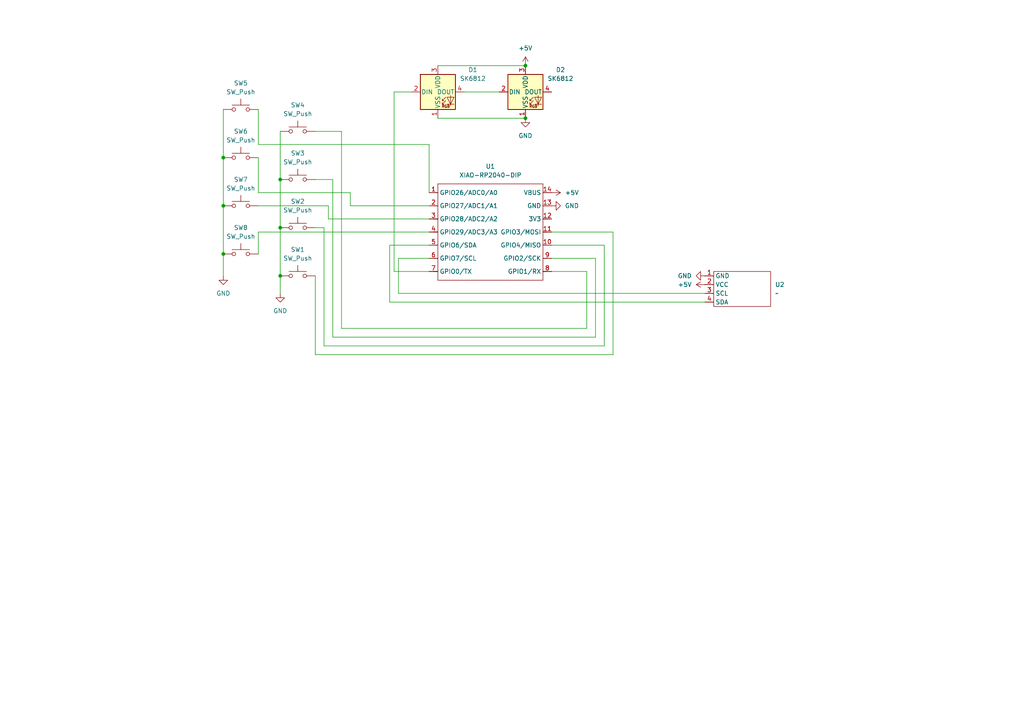
<source format=kicad_sch>
(kicad_sch (version 20250114) (generator "eeschema") (generator_version "9.0")
  (paper "A4")
  (lib_symbols
    (symbol "LED:SK6812" (pin_names (offset 0.254))
      (property "Reference" "D" (at 5.08 5.715 0))
      (property "Value" "SK6812" (at 1.27 -5.715 0))
      (symbol "SK6812_0_0"
        (text "RGB" (at 2.286 -4.191 0) (effects (font (size 0.762 0.762))))
      )
      (symbol "SK6812_0_1"
        (polyline (pts (xy 1.27 -2.54) (xy 1.778 -2.54)))
        (polyline (pts (xy 1.27 -3.556) (xy 1.778 -3.556)))
        (polyline (pts (xy 2.286 -1.524) (xy 1.27 -2.54) (xy 1.27 -2.032)))
        (polyline (pts (xy 2.286 -2.54) (xy 1.27 -3.556) (xy 1.27 -3.048)))
        (polyline (pts (xy 3.683 -1.016) (xy 3.683 -3.556) (xy 3.683 -4.064)))
        (polyline (pts (xy 4.699 -1.524) (xy 2.667 -1.524) (xy 3.683 -3.556) (xy 4.699 -1.524)))
        (polyline (pts (xy 4.699 -3.556) (xy 2.667 -3.556)))
        (rectangle (start 5.08 5.08) (end -5.08 -5.08) (stroke (width 0.254)) (fill (type background)))
      )
      (symbol "SK6812_1_1"
        (pin input line (at -7.62 0 0) (length 2.54) (name "DIN") (number "2"))
        (pin power_in line (at 0 7.62 270) (length 2.54) (name "VDD") (number "3"))
        (pin power_in line (at 0 -7.62 90) (length 2.54) (name "VSS") (number "1"))
        (pin output line (at 7.62 0 180) (length 2.54) (name "DOUT") (number "4"))
      )
    )
    (symbol "Seeed_Studio_XIAO_Series:SSD1306-0.91-OLED-4pin-128x32"
      (property "Reference" "U" (at 1.016 -0.254 0))
      (symbol "SSD1306-0.91-OLED-4pin-128x32_0_1"
        (rectangle (start -3.81 6.35) (end 6.35 -10.16))
      )
      (symbol "SSD1306-0.91-OLED-4pin-128x32_1_1"
        (pin input line (at -2.54 -12.7 90) (length 2.54) (name "GND") (number "1"))
        (pin input line (at 0 -12.7 90) (length 2.54) (name "VCC") (number "2"))
        (pin input line (at 2.54 -12.7 90) (length 2.54) (name "SCL") (number "3"))
        (pin input line (at 5.08 -12.7 90) (length 2.54) (name "SDA") (number "4"))
      )
    )
    (symbol "Seeed_Studio_XIAO_Series:XIAO-RP2040-DIP"
      (property "Reference" "U" (at 0 0 0))
      (property "Value" "XIAO-RP2040-DIP" (at 5.334 -1.778 0))
      (symbol "XIAO-RP2040-DIP_1_0"
        (polyline (pts (xy -1.27 -2.54) (xy 29.21 -2.54)) (stroke (width 0.1524)))
        (polyline (pts (xy -1.27 -5.08) (xy -2.54 -5.08)) (stroke (width 0.1524)))
        (polyline (pts (xy -1.27 -5.08) (xy -1.27 -2.54)) (stroke (width 0.1524)))
        (polyline (pts (xy -1.27 -8.89) (xy -2.54 -8.89)) (stroke (width 0.1524)))
        (polyline (pts (xy -1.27 -8.89) (xy -1.27 -5.08)) (stroke (width 0.1524)))
        (polyline (pts (xy -1.27 -12.7) (xy -2.54 -12.7)) (stroke (width 0.1524)))
        (polyline (pts (xy -1.27 -12.7) (xy -1.27 -8.89)) (stroke (width 0.1524)))
        (polyline (pts (xy -1.27 -16.51) (xy -2.54 -16.51)) (stroke (width 0.1524)))
        (polyline (pts (xy -1.27 -16.51) (xy -1.27 -12.7)) (stroke (width 0.1524)))
        (polyline (pts (xy -1.27 -20.32) (xy -2.54 -20.32)) (stroke (width 0.1524)))
        (polyline (pts (xy -1.27 -24.13) (xy -2.54 -24.13)) (stroke (width 0.1524)))
        (polyline (pts (xy -1.27 -27.94) (xy -2.54 -27.94)) (stroke (width 0.1524)))
        (polyline (pts (xy -1.27 -30.48) (xy -1.27 -16.51)) (stroke (width 0.1524)))
        (polyline (pts (xy 29.21 -2.54) (xy 29.21 -5.08)) (stroke (width 0.1524)))
        (polyline (pts (xy 29.21 -5.08) (xy 29.21 -8.89)) (stroke (width 0.1524)))
        (polyline (pts (xy 29.21 -8.89) (xy 29.21 -12.7)) (stroke (width 0.1524)))
        (polyline (pts (xy 29.21 -12.7) (xy 29.21 -30.48)) (stroke (width 0.1524)))
        (polyline (pts (xy 29.21 -30.48) (xy -1.27 -30.48)) (stroke (width 0.1524)))
        (polyline (pts (xy 30.48 -5.08) (xy 29.21 -5.08)) (stroke (width 0.1524)))
        (polyline (pts (xy 30.48 -8.89) (xy 29.21 -8.89)) (stroke (width 0.1524)))
        (polyline (pts (xy 30.48 -12.7) (xy 29.21 -12.7)) (stroke (width 0.1524)))
        (polyline (pts (xy 30.48 -16.51) (xy 29.21 -16.51)) (stroke (width 0.1524)))
        (polyline (pts (xy 30.48 -20.32) (xy 29.21 -20.32)) (stroke (width 0.1524)))
        (polyline (pts (xy 30.48 -24.13) (xy 29.21 -24.13)) (stroke (width 0.1524)))
        (polyline (pts (xy 30.48 -27.94) (xy 29.21 -27.94)) (stroke (width 0.1524)))
        (pin passive line (at -3.81 -5.08 0) (length 2.54) (name "GPIO26/ADC0/A0") (number "1"))
        (pin passive line (at -3.81 -8.89 0) (length 2.54) (name "GPIO27/ADC1/A1") (number "2"))
        (pin passive line (at -3.81 -12.7 0) (length 2.54) (name "GPIO28/ADC2/A2") (number "3"))
        (pin passive line (at -3.81 -16.51 0) (length 2.54) (name "GPIO29/ADC3/A3") (number "4"))
        (pin passive line (at -3.81 -20.32 0) (length 2.54) (name "GPIO6/SDA") (number "5"))
        (pin passive line (at -3.81 -24.13 0) (length 2.54) (name "GPIO7/SCL") (number "6"))
        (pin passive line (at -3.81 -27.94 0) (length 2.54) (name "GPIO0/TX") (number "7"))
        (pin passive line (at 31.75 -5.08 180) (length 2.54) (name "VBUS") (number "14"))
        (pin passive line (at 31.75 -8.89 180) (length 2.54) (name "GND") (number "13"))
        (pin passive line (at 31.75 -12.7 180) (length 2.54) (name "3V3") (number "12"))
        (pin passive line (at 31.75 -16.51 180) (length 2.54) (name "GPIO3/MOSI") (number "11"))
        (pin passive line (at 31.75 -20.32 180) (length 2.54) (name "GPIO4/MISO") (number "10"))
        (pin passive line (at 31.75 -24.13 180) (length 2.54) (name "GPIO2/SCK") (number "9"))
        (pin passive line (at 31.75 -27.94 180) (length 2.54) (name "GPIO1/RX") (number "8"))
      )
    )
    (symbol "Switch:SW_Push" (pin_numbers (hide yes)) (pin_names (offset 1.016) (hide yes))
      (property "Reference" "SW" (at 1.27 2.54 0))
      (property "Value" "SW_Push" (at 0 -1.524 0))
      (symbol "SW_Push_0_1"
        (circle (center -2.032 0) (radius 0.508))
        (polyline (pts (xy 0 1.27) (xy 0 3.048)))
        (circle (center 2.032 0) (radius 0.508))
        (polyline (pts (xy 2.54 1.27) (xy -2.54 1.27)))
        (pin passive line (at -5.08 0 0) (length 2.54) (name "1") (number "1"))
        (pin passive line (at 5.08 0 180) (length 2.54) (name "2") (number "2"))
      )
    )
    (symbol "power:+5V" (power) (pin_numbers (hide yes)) (pin_names (offset 0) (hide yes))
      (property "Value" "+5V" (at 0 3.556 0))
      (symbol "+5V_0_1"
        (polyline (pts (xy -0.762 1.27) (xy 0 2.54)))
        (polyline (pts (xy 0 2.54) (xy 0.762 1.27)))
        (polyline (pts (xy 0 0) (xy 0 2.54)))
      )
      (symbol "+5V_1_1"
        (pin power_in line (at 0 0 90) (length 0) (name "~") (number "1"))
      )
    )
    (symbol "power:GND" (power) (pin_numbers (hide yes)) (pin_names (offset 0) (hide yes))
      (property "Value" "GND" (at 0 -3.81 0))
      (symbol "GND_0_1"
        (polyline (pts (xy 0 0) (xy 0 -1.27) (xy 1.27 -1.27) (xy 0 -2.54) (xy -1.27 -1.27) (xy 0 -1.27)))
      )
      (symbol "GND_1_1"
        (pin power_in line (at 0 0 270) (length 0) (name "~") (number "1"))
      )
    )
  )
  (junction (at 64.77 59.69))
  (junction (at 64.77 73.66))
  (junction (at 152.4 34.29))
  (junction (at 64.77 45.72))
  (junction (at 152.4 19.05))
  (junction (at 81.28 80.01))
  (junction (at 81.28 52.07))
  (junction (at 81.28 66.04))
  (wire (pts (xy 170.18 95.25) (xy 170.18 78.74)))
  (wire (pts (xy 99.06 95.25) (xy 170.18 95.25)))
  (wire (pts (xy 74.93 55.88) (xy 74.93 45.72)))
  (wire (pts (xy 124.46 41.91) (xy 74.93 41.91)))
  (wire (pts (xy 115.57 74.93) (xy 115.57 85.09)))
  (wire (pts (xy 91.44 80.01) (xy 91.44 102.87)))
  (wire (pts (xy 175.26 100.33) (xy 175.26 71.12)))
  (wire (pts (xy 177.8 67.31) (xy 160.02 67.31)))
  (wire (pts (xy 124.46 59.69) (xy 101.6 59.69)))
  (wire (pts (xy 101.6 59.69) (xy 101.6 55.88)))
  (wire (pts (xy 64.77 73.66) (xy 64.77 80.01)))
  (wire (pts (xy 64.77 31.75) (xy 64.77 45.72)))
  (wire (pts (xy 95.25 59.69) (xy 74.93 59.69)))
  (wire (pts (xy 64.77 45.72) (xy 64.77 59.69)))
  (wire (pts (xy 113.03 87.63) (xy 204.47 87.63)))
  (wire (pts (xy 91.44 66.04) (xy 93.98 66.04)))
  (wire (pts (xy 101.6 55.88) (xy 74.93 55.88)))
  (wire (pts (xy 81.28 38.1) (xy 81.28 52.07)))
  (wire (pts (xy 172.72 74.93) (xy 160.02 74.93)))
  (wire (pts (xy 124.46 74.93) (xy 115.57 74.93)))
  (wire (pts (xy 95.25 63.5) (xy 95.25 59.69)))
  (wire (pts (xy 99.06 38.1) (xy 99.06 95.25)))
  (wire (pts (xy 127 34.29) (xy 152.4 34.29)))
  (wire (pts (xy 124.46 67.31) (xy 74.93 67.31)))
  (wire (pts (xy 113.03 71.12) (xy 113.03 87.63)))
  (wire (pts (xy 114.3 26.67) (xy 119.38 26.67)))
  (wire (pts (xy 177.8 102.87) (xy 177.8 67.31)))
  (wire (pts (xy 124.46 78.74) (xy 114.3 78.74)))
  (wire (pts (xy 124.46 63.5) (xy 95.25 63.5)))
  (wire (pts (xy 64.77 59.69) (xy 64.77 73.66)))
  (wire (pts (xy 96.52 52.07) (xy 96.52 97.79)))
  (wire (pts (xy 91.44 52.07) (xy 96.52 52.07)))
  (wire (pts (xy 172.72 97.79) (xy 172.72 74.93)))
  (wire (pts (xy 115.57 85.09) (xy 204.47 85.09)))
  (wire (pts (xy 134.62 26.67) (xy 144.78 26.67)))
  (wire (pts (xy 74.93 67.31) (xy 74.93 73.66)))
  (wire (pts (xy 91.44 102.87) (xy 177.8 102.87)))
  (wire (pts (xy 81.28 80.01) (xy 81.28 85.09)))
  (wire (pts (xy 74.93 41.91) (xy 74.93 31.75)))
  (wire (pts (xy 124.46 55.88) (xy 124.46 41.91)))
  (wire (pts (xy 81.28 52.07) (xy 81.28 66.04)))
  (wire (pts (xy 170.18 78.74) (xy 160.02 78.74)))
  (wire (pts (xy 175.26 71.12) (xy 160.02 71.12)))
  (wire (pts (xy 93.98 66.04) (xy 93.98 100.33)))
  (wire (pts (xy 127 19.05) (xy 152.4 19.05)))
  (wire (pts (xy 91.44 38.1) (xy 99.06 38.1)))
  (wire (pts (xy 124.46 71.12) (xy 113.03 71.12)))
  (wire (pts (xy 81.28 66.04) (xy 81.28 80.01)))
  (wire (pts (xy 93.98 100.33) (xy 175.26 100.33)))
  (wire (pts (xy 114.3 78.74) (xy 114.3 26.67)))
  (wire (pts (xy 96.52 97.79) (xy 172.72 97.79)))
  (symbol (lib_id "power:GND") (at 204.47 80.01 270) (unit 1)
    (property "Reference" "#PWR07" (effects (hide yes)))
    (property "Value" "GND" (at 200.66 80.0099 90) (effects (justify right)))
    (property "Description" "Power symbol creates a global label with name \"GND\" , ground" (effects (hide yes)))
  )
  (symbol (lib_id "power:GND") (at 64.77 80.01 0) (unit 1)
    (property "Reference" "#PWR06" (effects (hide yes)))
    (property "Value" "GND" (at 64.77 85.09 0))
    (property "Description" "Power symbol creates a global label with name \"GND\" , ground" (effects (hide yes)))
  )
  (symbol (lib_id "Switch:SW_Push") (at 69.85 31.75 0) (unit 1)
    (property "Reference" "SW5" (at 69.85 24.13 0))
    (property "Value" "SW_Push" (at 69.85 26.67 0))
    (property "Footprint" "Button_Switch_Keyboard:SW_Cherry_MX_1.00u_PCB" (effects (hide yes)))
    (property "Description" "Push button switch, generic, two pins" (effects (hide yes)))
  )
  (symbol (lib_id "power:+5V") (at 160.02 55.88 270) (unit 1)
    (property "Reference" "#PWR02" (effects (hide yes)))
    (property "Value" "+5V" (at 163.83 55.8799 90) (effects (justify left)))
    (property "Description" "Power symbol creates a global label with name \"+5V\"" (effects (hide yes)))
  )
  (symbol (lib_id "power:GND") (at 81.28 85.09 0) (unit 1)
    (property "Reference" "#PWR05" (effects (hide yes)))
    (property "Value" "GND" (at 81.28 90.17 0))
    (property "Description" "Power symbol creates a global label with name \"GND\" , ground" (effects (hide yes)))
  )
  (symbol (lib_id "Switch:SW_Push") (at 86.36 80.01 0) (unit 1)
    (property "Reference" "SW1" (at 86.36 72.39 0))
    (property "Value" "SW_Push" (at 86.36 74.93 0))
    (property "Footprint" "Button_Switch_Keyboard:SW_Cherry_MX_1.00u_PCB" (effects (hide yes)))
    (property "Description" "Push button switch, generic, two pins" (effects (hide yes)))
  )
  (symbol (lib_id "Switch:SW_Push") (at 86.36 66.04 0) (unit 1)
    (property "Reference" "SW2" (at 86.36 58.42 0))
    (property "Value" "SW_Push" (at 86.36 60.96 0))
    (property "Footprint" "Button_Switch_Keyboard:SW_Cherry_MX_1.00u_PCB" (effects (hide yes)))
    (property "Description" "Push button switch, generic, two pins" (effects (hide yes)))
  )
  (symbol (lib_id "Seeed_Studio_XIAO_Series:XIAO-RP2040-DIP") (at 128.27 50.8 0) (unit 1)
    (property "Reference" "U1" (at 142.24 48.26 0))
    (property "Value" "XIAO-RP2040-DIP" (at 142.24 50.8 0))
    (property "Footprint" "Seeed Studio XIAO Series Library:XIAO-RP2040-DIP" (effects (hide yes)))
  )
  (symbol (lib_id "Switch:SW_Push") (at 86.36 38.1 0) (unit 1)
    (property "Reference" "SW4" (at 86.36 30.48 0))
    (property "Value" "SW_Push" (at 86.36 33.02 0))
    (property "Footprint" "Button_Switch_Keyboard:SW_Cherry_MX_1.00u_PCB" (effects (hide yes)))
    (property "Description" "Push button switch, generic, two pins" (effects (hide yes)))
  )
  (symbol (lib_id "Switch:SW_Push") (at 86.36 52.07 0) (unit 1)
    (property "Reference" "SW3" (at 86.36 44.45 0))
    (property "Value" "SW_Push" (at 86.36 46.99 0))
    (property "Footprint" "Button_Switch_Keyboard:SW_Cherry_MX_1.00u_PCB" (effects (hide yes)))
    (property "Description" "Push button switch, generic, two pins" (effects (hide yes)))
  )
  (symbol (lib_id "Switch:SW_Push") (at 69.85 45.72 0) (unit 1)
    (property "Reference" "SW6" (at 69.85 38.1 0))
    (property "Value" "SW_Push" (at 69.85 40.64 0))
    (property "Footprint" "Button_Switch_Keyboard:SW_Cherry_MX_1.00u_PCB" (effects (hide yes)))
    (property "Description" "Push button switch, generic, two pins" (effects (hide yes)))
  )
  (symbol (lib_id "LED:SK6812") (at 152.4 26.67 0) (unit 1)
    (property "Reference" "D2" (at 162.56 20.2498 0))
    (property "Value" "SK6812" (at 162.56 22.7898 0))
    (property "Footprint" "LED_SMD:LED_SK6812_PLCC4_5.0x5.0mm_P3.2mm" (effects (hide yes)))
    (property "Datasheet" "https://cdn-shop.adafruit.com/product-files/1138/SK6812+LED+datasheet+.pdf" (effects (hide yes)))
    (property "Description" "RGB LED with integrated controller" (effects (hide yes)))
  )
  (symbol (lib_id "power:GND") (at 160.02 59.69 90) (unit 1)
    (property "Reference" "#PWR01" (effects (hide yes)))
    (property "Value" "GND" (at 163.83 59.6899 90) (effects (justify right)))
    (property "Description" "Power symbol creates a global label with name \"GND\" , ground" (effects (hide yes)))
  )
  (symbol (lib_id "Seeed_Studio_XIAO_Series:SSD1306-0.91-OLED-4pin-128x32") (at 217.17 82.55 270) (unit 1)
    (property "Reference" "U2" (at 224.79 82.5499 90) (effects (justify left)))
    (property "Value" "~" (at 224.79 85.0899 90) (effects (justify left)))
    (property "Footprint" "KiCad-SSD1306-0.91-OLED-4pin-128x32.pretty-master:SSD1306-0.91-OLED-4pin-128x32" (effects (hide yes)))
  )
  (symbol (lib_id "Switch:SW_Push") (at 69.85 73.66 0) (unit 1)
    (property "Reference" "SW8" (at 69.85 66.04 0))
    (property "Value" "SW_Push" (at 69.85 68.58 0))
    (property "Footprint" "Button_Switch_Keyboard:SW_Cherry_MX_1.00u_PCB" (effects (hide yes)))
    (property "Description" "Push button switch, generic, two pins" (effects (hide yes)))
  )
  (symbol (lib_id "power:+5V") (at 204.47 82.55 90) (unit 1)
    (property "Reference" "#PWR08" (effects (hide yes)))
    (property "Value" "+5V" (at 200.66 82.5499 90) (effects (justify left)))
    (property "Description" "Power symbol creates a global label with name \"+5V\"" (effects (hide yes)))
  )
  (symbol (lib_id "power:+5V") (at 152.4 19.05 0) (unit 1)
    (property "Reference" "#PWR04" (effects (hide yes)))
    (property "Value" "+5V" (at 152.4 13.97 0))
    (property "Description" "Power symbol creates a global label with name \"+5V\"" (effects (hide yes)))
  )
  (symbol (lib_id "power:GND") (at 152.4 34.29 0) (unit 1)
    (property "Reference" "#PWR03" (effects (hide yes)))
    (property "Value" "GND" (at 152.4 39.37 0))
    (property "Description" "Power symbol creates a global label with name \"GND\" , ground" (effects (hide yes)))
  )
  (symbol (lib_id "LED:SK6812") (at 127 26.67 0) (unit 1)
    (property "Reference" "D1" (at 137.16 20.2498 0))
    (property "Value" "SK6812" (at 137.16 22.7898 0))
    (property "Footprint" "LED_SMD:LED_SK6812_PLCC4_5.0x5.0mm_P3.2mm" (effects (hide yes)))
    (property "Datasheet" "https://cdn-shop.adafruit.com/product-files/1138/SK6812+LED+datasheet+.pdf" (effects (hide yes)))
    (property "Description" "RGB LED with integrated controller" (effects (hide yes)))
  )
  (symbol (lib_id "Switch:SW_Push") (at 69.85 59.69 0) (unit 1)
    (property "Reference" "SW7" (at 69.85 52.07 0))
    (property "Value" "SW_Push" (at 69.85 54.61 0))
    (property "Footprint" "Button_Switch_Keyboard:SW_Cherry_MX_1.00u_PCB" (effects (hide yes)))
    (property "Description" "Push button switch, generic, two pins" (effects (hide yes)))
  )
)
</source>
